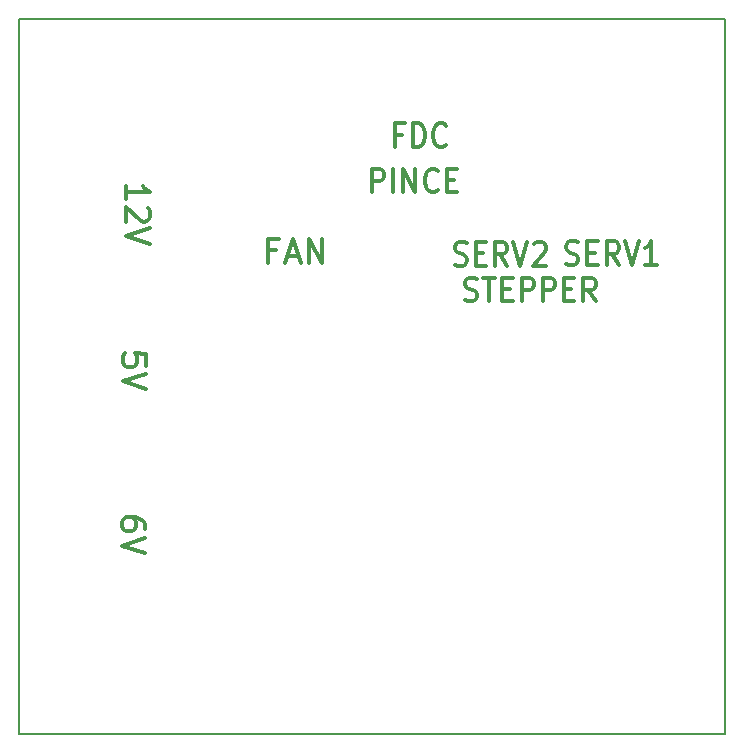
<source format=gbr>
G04 #@! TF.GenerationSoftware,KiCad,Pcbnew,(6.0.5-0)*
G04 #@! TF.CreationDate,2022-06-14T16:30:35+02:00*
G04 #@! TF.ProjectId,BRFEv3_Shield,42524645-7633-45f5-9368-69656c642e6b,rev?*
G04 #@! TF.SameCoordinates,Original*
G04 #@! TF.FileFunction,Other,ECO1*
%FSLAX46Y46*%
G04 Gerber Fmt 4.6, Leading zero omitted, Abs format (unit mm)*
G04 Created by KiCad (PCBNEW (6.0.5-0)) date 2022-06-14 16:30:35*
%MOMM*%
%LPD*%
G01*
G04 APERTURE LIST*
G04 #@! TA.AperFunction,Profile*
%ADD10C,0.150000*%
G04 #@! TD*
%ADD11C,0.300000*%
G04 APERTURE END LIST*
D10*
X114778000Y-65325000D02*
X174608000Y-65325000D01*
X174608000Y-65325000D02*
X174608000Y-125885000D01*
X174608000Y-125885000D02*
X114778000Y-125885000D01*
X114778000Y-125885000D02*
X114778000Y-65325000D01*
D11*
X123893238Y-80576904D02*
X123893238Y-79434047D01*
X123893238Y-80005476D02*
X125893238Y-80005476D01*
X125607523Y-79815000D01*
X125417047Y-79624523D01*
X125321809Y-79434047D01*
X125702761Y-81338809D02*
X125798000Y-81434047D01*
X125893238Y-81624523D01*
X125893238Y-82100714D01*
X125798000Y-82291190D01*
X125702761Y-82386428D01*
X125512285Y-82481666D01*
X125321809Y-82481666D01*
X125036095Y-82386428D01*
X123893238Y-81243571D01*
X123893238Y-82481666D01*
X125893238Y-83053095D02*
X123893238Y-83719761D01*
X125893238Y-84386428D01*
X147205142Y-75122142D02*
X146605142Y-75122142D01*
X146605142Y-76169761D02*
X146605142Y-74169761D01*
X147462285Y-74169761D01*
X148148000Y-76169761D02*
X148148000Y-74169761D01*
X148576571Y-74169761D01*
X148833714Y-74265000D01*
X149005142Y-74455476D01*
X149090857Y-74645952D01*
X149176571Y-75026904D01*
X149176571Y-75312619D01*
X149090857Y-75693571D01*
X149005142Y-75884047D01*
X148833714Y-76074523D01*
X148576571Y-76169761D01*
X148148000Y-76169761D01*
X150976571Y-75979285D02*
X150890857Y-76074523D01*
X150633714Y-76169761D01*
X150462285Y-76169761D01*
X150205142Y-76074523D01*
X150033714Y-75884047D01*
X149948000Y-75693571D01*
X149862285Y-75312619D01*
X149862285Y-75026904D01*
X149948000Y-74645952D01*
X150033714Y-74455476D01*
X150205142Y-74265000D01*
X150462285Y-74169761D01*
X150633714Y-74169761D01*
X150890857Y-74265000D01*
X150976571Y-74360238D01*
X151690857Y-86124523D02*
X151948000Y-86219761D01*
X152376571Y-86219761D01*
X152548000Y-86124523D01*
X152633714Y-86029285D01*
X152719428Y-85838809D01*
X152719428Y-85648333D01*
X152633714Y-85457857D01*
X152548000Y-85362619D01*
X152376571Y-85267380D01*
X152033714Y-85172142D01*
X151862285Y-85076904D01*
X151776571Y-84981666D01*
X151690857Y-84791190D01*
X151690857Y-84600714D01*
X151776571Y-84410238D01*
X151862285Y-84315000D01*
X152033714Y-84219761D01*
X152462285Y-84219761D01*
X152719428Y-84315000D01*
X153490857Y-85172142D02*
X154090857Y-85172142D01*
X154348000Y-86219761D02*
X153490857Y-86219761D01*
X153490857Y-84219761D01*
X154348000Y-84219761D01*
X156148000Y-86219761D02*
X155548000Y-85267380D01*
X155119428Y-86219761D02*
X155119428Y-84219761D01*
X155805142Y-84219761D01*
X155976571Y-84315000D01*
X156062285Y-84410238D01*
X156148000Y-84600714D01*
X156148000Y-84886428D01*
X156062285Y-85076904D01*
X155976571Y-85172142D01*
X155805142Y-85267380D01*
X155119428Y-85267380D01*
X156662285Y-84219761D02*
X157262285Y-86219761D01*
X157862285Y-84219761D01*
X158376571Y-84410238D02*
X158462285Y-84315000D01*
X158633714Y-84219761D01*
X159062285Y-84219761D01*
X159233714Y-84315000D01*
X159319428Y-84410238D01*
X159405142Y-84600714D01*
X159405142Y-84791190D01*
X159319428Y-85076904D01*
X158290857Y-86219761D01*
X159405142Y-86219761D01*
X161140857Y-86064523D02*
X161398000Y-86159761D01*
X161826571Y-86159761D01*
X161998000Y-86064523D01*
X162083714Y-85969285D01*
X162169428Y-85778809D01*
X162169428Y-85588333D01*
X162083714Y-85397857D01*
X161998000Y-85302619D01*
X161826571Y-85207380D01*
X161483714Y-85112142D01*
X161312285Y-85016904D01*
X161226571Y-84921666D01*
X161140857Y-84731190D01*
X161140857Y-84540714D01*
X161226571Y-84350238D01*
X161312285Y-84255000D01*
X161483714Y-84159761D01*
X161912285Y-84159761D01*
X162169428Y-84255000D01*
X162940857Y-85112142D02*
X163540857Y-85112142D01*
X163798000Y-86159761D02*
X162940857Y-86159761D01*
X162940857Y-84159761D01*
X163798000Y-84159761D01*
X165598000Y-86159761D02*
X164998000Y-85207380D01*
X164569428Y-86159761D02*
X164569428Y-84159761D01*
X165255142Y-84159761D01*
X165426571Y-84255000D01*
X165512285Y-84350238D01*
X165598000Y-84540714D01*
X165598000Y-84826428D01*
X165512285Y-85016904D01*
X165426571Y-85112142D01*
X165255142Y-85207380D01*
X164569428Y-85207380D01*
X166112285Y-84159761D02*
X166712285Y-86159761D01*
X167312285Y-84159761D01*
X168855142Y-86159761D02*
X167826571Y-86159761D01*
X168340857Y-86159761D02*
X168340857Y-84159761D01*
X168169428Y-84445476D01*
X167998000Y-84635952D01*
X167826571Y-84731190D01*
X144690857Y-80019761D02*
X144690857Y-78019761D01*
X145376571Y-78019761D01*
X145548000Y-78115000D01*
X145633714Y-78210238D01*
X145719428Y-78400714D01*
X145719428Y-78686428D01*
X145633714Y-78876904D01*
X145548000Y-78972142D01*
X145376571Y-79067380D01*
X144690857Y-79067380D01*
X146490857Y-80019761D02*
X146490857Y-78019761D01*
X147348000Y-80019761D02*
X147348000Y-78019761D01*
X148376571Y-80019761D01*
X148376571Y-78019761D01*
X150262285Y-79829285D02*
X150176571Y-79924523D01*
X149919428Y-80019761D01*
X149748000Y-80019761D01*
X149490857Y-79924523D01*
X149319428Y-79734047D01*
X149233714Y-79543571D01*
X149148000Y-79162619D01*
X149148000Y-78876904D01*
X149233714Y-78495952D01*
X149319428Y-78305476D01*
X149490857Y-78115000D01*
X149748000Y-78019761D01*
X149919428Y-78019761D01*
X150176571Y-78115000D01*
X150262285Y-78210238D01*
X151033714Y-78972142D02*
X151633714Y-78972142D01*
X151890857Y-80019761D02*
X151033714Y-80019761D01*
X151033714Y-78019761D01*
X151890857Y-78019761D01*
X125593238Y-94684047D02*
X125593238Y-93731666D01*
X124640857Y-93636428D01*
X124736095Y-93731666D01*
X124831333Y-93922142D01*
X124831333Y-94398333D01*
X124736095Y-94588809D01*
X124640857Y-94684047D01*
X124450380Y-94779285D01*
X123974190Y-94779285D01*
X123783714Y-94684047D01*
X123688476Y-94588809D01*
X123593238Y-94398333D01*
X123593238Y-93922142D01*
X123688476Y-93731666D01*
X123783714Y-93636428D01*
X125593238Y-95350714D02*
X123593238Y-96017380D01*
X125593238Y-96684047D01*
X125493238Y-108488809D02*
X125493238Y-108107857D01*
X125398000Y-107917380D01*
X125302761Y-107822142D01*
X125017047Y-107631666D01*
X124636095Y-107536428D01*
X123874190Y-107536428D01*
X123683714Y-107631666D01*
X123588476Y-107726904D01*
X123493238Y-107917380D01*
X123493238Y-108298333D01*
X123588476Y-108488809D01*
X123683714Y-108584047D01*
X123874190Y-108679285D01*
X124350380Y-108679285D01*
X124540857Y-108584047D01*
X124636095Y-108488809D01*
X124731333Y-108298333D01*
X124731333Y-107917380D01*
X124636095Y-107726904D01*
X124540857Y-107631666D01*
X124350380Y-107536428D01*
X125493238Y-109250714D02*
X123493238Y-109917380D01*
X125493238Y-110584047D01*
X152569428Y-89124523D02*
X152826571Y-89219761D01*
X153255142Y-89219761D01*
X153426571Y-89124523D01*
X153512285Y-89029285D01*
X153598000Y-88838809D01*
X153598000Y-88648333D01*
X153512285Y-88457857D01*
X153426571Y-88362619D01*
X153255142Y-88267380D01*
X152912285Y-88172142D01*
X152740857Y-88076904D01*
X152655142Y-87981666D01*
X152569428Y-87791190D01*
X152569428Y-87600714D01*
X152655142Y-87410238D01*
X152740857Y-87315000D01*
X152912285Y-87219761D01*
X153340857Y-87219761D01*
X153598000Y-87315000D01*
X154112285Y-87219761D02*
X155140857Y-87219761D01*
X154626571Y-89219761D02*
X154626571Y-87219761D01*
X155740857Y-88172142D02*
X156340857Y-88172142D01*
X156598000Y-89219761D02*
X155740857Y-89219761D01*
X155740857Y-87219761D01*
X156598000Y-87219761D01*
X157369428Y-89219761D02*
X157369428Y-87219761D01*
X158055142Y-87219761D01*
X158226571Y-87315000D01*
X158312285Y-87410238D01*
X158398000Y-87600714D01*
X158398000Y-87886428D01*
X158312285Y-88076904D01*
X158226571Y-88172142D01*
X158055142Y-88267380D01*
X157369428Y-88267380D01*
X159169428Y-89219761D02*
X159169428Y-87219761D01*
X159855142Y-87219761D01*
X160026571Y-87315000D01*
X160112285Y-87410238D01*
X160198000Y-87600714D01*
X160198000Y-87886428D01*
X160112285Y-88076904D01*
X160026571Y-88172142D01*
X159855142Y-88267380D01*
X159169428Y-88267380D01*
X160969428Y-88172142D02*
X161569428Y-88172142D01*
X161826571Y-89219761D02*
X160969428Y-89219761D01*
X160969428Y-87219761D01*
X161826571Y-87219761D01*
X163626571Y-89219761D02*
X163026571Y-88267380D01*
X162598000Y-89219761D02*
X162598000Y-87219761D01*
X163283714Y-87219761D01*
X163455142Y-87315000D01*
X163540857Y-87410238D01*
X163626571Y-87600714D01*
X163626571Y-87886428D01*
X163540857Y-88076904D01*
X163455142Y-88172142D01*
X163283714Y-88267380D01*
X162598000Y-88267380D01*
X136578952Y-84922142D02*
X135912285Y-84922142D01*
X135912285Y-85969761D02*
X135912285Y-83969761D01*
X136864666Y-83969761D01*
X137531333Y-85398333D02*
X138483714Y-85398333D01*
X137340857Y-85969761D02*
X138007523Y-83969761D01*
X138674190Y-85969761D01*
X139340857Y-85969761D02*
X139340857Y-83969761D01*
X140483714Y-85969761D01*
X140483714Y-83969761D01*
M02*

</source>
